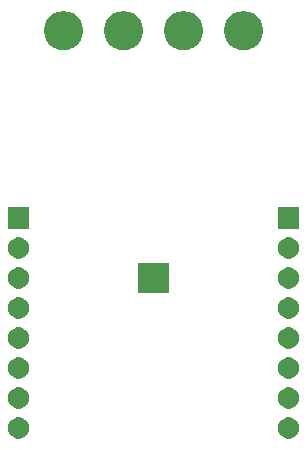
<source format=gbr>
G04 #@! TF.GenerationSoftware,KiCad,Pcbnew,(5.1.5)-3*
G04 #@! TF.CreationDate,2020-05-07T11:30:42+02:00*
G04 #@! TF.ProjectId,TPS26600_ePuse,54505332-3636-4303-905f-65507573652e,rev?*
G04 #@! TF.SameCoordinates,Original*
G04 #@! TF.FileFunction,Soldermask,Bot*
G04 #@! TF.FilePolarity,Negative*
%FSLAX46Y46*%
G04 Gerber Fmt 4.6, Leading zero omitted, Abs format (unit mm)*
G04 Created by KiCad (PCBNEW (5.1.5)-3) date 2020-05-07 11:30:42*
%MOMM*%
%LPD*%
G04 APERTURE LIST*
%ADD10C,0.100000*%
G04 APERTURE END LIST*
D10*
G36*
X100443512Y-173093927D02*
G01*
X100592812Y-173123624D01*
X100756784Y-173191544D01*
X100904354Y-173290147D01*
X101029853Y-173415646D01*
X101128456Y-173563216D01*
X101196376Y-173727188D01*
X101231000Y-173901259D01*
X101231000Y-174078741D01*
X101196376Y-174252812D01*
X101128456Y-174416784D01*
X101029853Y-174564354D01*
X100904354Y-174689853D01*
X100756784Y-174788456D01*
X100592812Y-174856376D01*
X100443512Y-174886073D01*
X100418742Y-174891000D01*
X100241258Y-174891000D01*
X100216488Y-174886073D01*
X100067188Y-174856376D01*
X99903216Y-174788456D01*
X99755646Y-174689853D01*
X99630147Y-174564354D01*
X99531544Y-174416784D01*
X99463624Y-174252812D01*
X99429000Y-174078741D01*
X99429000Y-173901259D01*
X99463624Y-173727188D01*
X99531544Y-173563216D01*
X99630147Y-173415646D01*
X99755646Y-173290147D01*
X99903216Y-173191544D01*
X100067188Y-173123624D01*
X100216488Y-173093927D01*
X100241258Y-173089000D01*
X100418742Y-173089000D01*
X100443512Y-173093927D01*
G37*
G36*
X77583512Y-173093927D02*
G01*
X77732812Y-173123624D01*
X77896784Y-173191544D01*
X78044354Y-173290147D01*
X78169853Y-173415646D01*
X78268456Y-173563216D01*
X78336376Y-173727188D01*
X78371000Y-173901259D01*
X78371000Y-174078741D01*
X78336376Y-174252812D01*
X78268456Y-174416784D01*
X78169853Y-174564354D01*
X78044354Y-174689853D01*
X77896784Y-174788456D01*
X77732812Y-174856376D01*
X77583512Y-174886073D01*
X77558742Y-174891000D01*
X77381258Y-174891000D01*
X77356488Y-174886073D01*
X77207188Y-174856376D01*
X77043216Y-174788456D01*
X76895646Y-174689853D01*
X76770147Y-174564354D01*
X76671544Y-174416784D01*
X76603624Y-174252812D01*
X76569000Y-174078741D01*
X76569000Y-173901259D01*
X76603624Y-173727188D01*
X76671544Y-173563216D01*
X76770147Y-173415646D01*
X76895646Y-173290147D01*
X77043216Y-173191544D01*
X77207188Y-173123624D01*
X77356488Y-173093927D01*
X77381258Y-173089000D01*
X77558742Y-173089000D01*
X77583512Y-173093927D01*
G37*
G36*
X77583512Y-170553927D02*
G01*
X77732812Y-170583624D01*
X77896784Y-170651544D01*
X78044354Y-170750147D01*
X78169853Y-170875646D01*
X78268456Y-171023216D01*
X78336376Y-171187188D01*
X78371000Y-171361259D01*
X78371000Y-171538741D01*
X78336376Y-171712812D01*
X78268456Y-171876784D01*
X78169853Y-172024354D01*
X78044354Y-172149853D01*
X77896784Y-172248456D01*
X77732812Y-172316376D01*
X77583512Y-172346073D01*
X77558742Y-172351000D01*
X77381258Y-172351000D01*
X77356488Y-172346073D01*
X77207188Y-172316376D01*
X77043216Y-172248456D01*
X76895646Y-172149853D01*
X76770147Y-172024354D01*
X76671544Y-171876784D01*
X76603624Y-171712812D01*
X76569000Y-171538741D01*
X76569000Y-171361259D01*
X76603624Y-171187188D01*
X76671544Y-171023216D01*
X76770147Y-170875646D01*
X76895646Y-170750147D01*
X77043216Y-170651544D01*
X77207188Y-170583624D01*
X77356488Y-170553927D01*
X77381258Y-170549000D01*
X77558742Y-170549000D01*
X77583512Y-170553927D01*
G37*
G36*
X100443512Y-170553927D02*
G01*
X100592812Y-170583624D01*
X100756784Y-170651544D01*
X100904354Y-170750147D01*
X101029853Y-170875646D01*
X101128456Y-171023216D01*
X101196376Y-171187188D01*
X101231000Y-171361259D01*
X101231000Y-171538741D01*
X101196376Y-171712812D01*
X101128456Y-171876784D01*
X101029853Y-172024354D01*
X100904354Y-172149853D01*
X100756784Y-172248456D01*
X100592812Y-172316376D01*
X100443512Y-172346073D01*
X100418742Y-172351000D01*
X100241258Y-172351000D01*
X100216488Y-172346073D01*
X100067188Y-172316376D01*
X99903216Y-172248456D01*
X99755646Y-172149853D01*
X99630147Y-172024354D01*
X99531544Y-171876784D01*
X99463624Y-171712812D01*
X99429000Y-171538741D01*
X99429000Y-171361259D01*
X99463624Y-171187188D01*
X99531544Y-171023216D01*
X99630147Y-170875646D01*
X99755646Y-170750147D01*
X99903216Y-170651544D01*
X100067188Y-170583624D01*
X100216488Y-170553927D01*
X100241258Y-170549000D01*
X100418742Y-170549000D01*
X100443512Y-170553927D01*
G37*
G36*
X77583512Y-168013927D02*
G01*
X77732812Y-168043624D01*
X77896784Y-168111544D01*
X78044354Y-168210147D01*
X78169853Y-168335646D01*
X78268456Y-168483216D01*
X78336376Y-168647188D01*
X78371000Y-168821259D01*
X78371000Y-168998741D01*
X78336376Y-169172812D01*
X78268456Y-169336784D01*
X78169853Y-169484354D01*
X78044354Y-169609853D01*
X77896784Y-169708456D01*
X77732812Y-169776376D01*
X77583512Y-169806073D01*
X77558742Y-169811000D01*
X77381258Y-169811000D01*
X77356488Y-169806073D01*
X77207188Y-169776376D01*
X77043216Y-169708456D01*
X76895646Y-169609853D01*
X76770147Y-169484354D01*
X76671544Y-169336784D01*
X76603624Y-169172812D01*
X76569000Y-168998741D01*
X76569000Y-168821259D01*
X76603624Y-168647188D01*
X76671544Y-168483216D01*
X76770147Y-168335646D01*
X76895646Y-168210147D01*
X77043216Y-168111544D01*
X77207188Y-168043624D01*
X77356488Y-168013927D01*
X77381258Y-168009000D01*
X77558742Y-168009000D01*
X77583512Y-168013927D01*
G37*
G36*
X100443512Y-168013927D02*
G01*
X100592812Y-168043624D01*
X100756784Y-168111544D01*
X100904354Y-168210147D01*
X101029853Y-168335646D01*
X101128456Y-168483216D01*
X101196376Y-168647188D01*
X101231000Y-168821259D01*
X101231000Y-168998741D01*
X101196376Y-169172812D01*
X101128456Y-169336784D01*
X101029853Y-169484354D01*
X100904354Y-169609853D01*
X100756784Y-169708456D01*
X100592812Y-169776376D01*
X100443512Y-169806073D01*
X100418742Y-169811000D01*
X100241258Y-169811000D01*
X100216488Y-169806073D01*
X100067188Y-169776376D01*
X99903216Y-169708456D01*
X99755646Y-169609853D01*
X99630147Y-169484354D01*
X99531544Y-169336784D01*
X99463624Y-169172812D01*
X99429000Y-168998741D01*
X99429000Y-168821259D01*
X99463624Y-168647188D01*
X99531544Y-168483216D01*
X99630147Y-168335646D01*
X99755646Y-168210147D01*
X99903216Y-168111544D01*
X100067188Y-168043624D01*
X100216488Y-168013927D01*
X100241258Y-168009000D01*
X100418742Y-168009000D01*
X100443512Y-168013927D01*
G37*
G36*
X100443512Y-165473927D02*
G01*
X100592812Y-165503624D01*
X100756784Y-165571544D01*
X100904354Y-165670147D01*
X101029853Y-165795646D01*
X101128456Y-165943216D01*
X101196376Y-166107188D01*
X101231000Y-166281259D01*
X101231000Y-166458741D01*
X101196376Y-166632812D01*
X101128456Y-166796784D01*
X101029853Y-166944354D01*
X100904354Y-167069853D01*
X100756784Y-167168456D01*
X100592812Y-167236376D01*
X100443512Y-167266073D01*
X100418742Y-167271000D01*
X100241258Y-167271000D01*
X100216488Y-167266073D01*
X100067188Y-167236376D01*
X99903216Y-167168456D01*
X99755646Y-167069853D01*
X99630147Y-166944354D01*
X99531544Y-166796784D01*
X99463624Y-166632812D01*
X99429000Y-166458741D01*
X99429000Y-166281259D01*
X99463624Y-166107188D01*
X99531544Y-165943216D01*
X99630147Y-165795646D01*
X99755646Y-165670147D01*
X99903216Y-165571544D01*
X100067188Y-165503624D01*
X100216488Y-165473927D01*
X100241258Y-165469000D01*
X100418742Y-165469000D01*
X100443512Y-165473927D01*
G37*
G36*
X77583512Y-165473927D02*
G01*
X77732812Y-165503624D01*
X77896784Y-165571544D01*
X78044354Y-165670147D01*
X78169853Y-165795646D01*
X78268456Y-165943216D01*
X78336376Y-166107188D01*
X78371000Y-166281259D01*
X78371000Y-166458741D01*
X78336376Y-166632812D01*
X78268456Y-166796784D01*
X78169853Y-166944354D01*
X78044354Y-167069853D01*
X77896784Y-167168456D01*
X77732812Y-167236376D01*
X77583512Y-167266073D01*
X77558742Y-167271000D01*
X77381258Y-167271000D01*
X77356488Y-167266073D01*
X77207188Y-167236376D01*
X77043216Y-167168456D01*
X76895646Y-167069853D01*
X76770147Y-166944354D01*
X76671544Y-166796784D01*
X76603624Y-166632812D01*
X76569000Y-166458741D01*
X76569000Y-166281259D01*
X76603624Y-166107188D01*
X76671544Y-165943216D01*
X76770147Y-165795646D01*
X76895646Y-165670147D01*
X77043216Y-165571544D01*
X77207188Y-165503624D01*
X77356488Y-165473927D01*
X77381258Y-165469000D01*
X77558742Y-165469000D01*
X77583512Y-165473927D01*
G37*
G36*
X100443512Y-162933927D02*
G01*
X100592812Y-162963624D01*
X100756784Y-163031544D01*
X100904354Y-163130147D01*
X101029853Y-163255646D01*
X101128456Y-163403216D01*
X101196376Y-163567188D01*
X101231000Y-163741259D01*
X101231000Y-163918741D01*
X101196376Y-164092812D01*
X101128456Y-164256784D01*
X101029853Y-164404354D01*
X100904354Y-164529853D01*
X100756784Y-164628456D01*
X100592812Y-164696376D01*
X100443512Y-164726073D01*
X100418742Y-164731000D01*
X100241258Y-164731000D01*
X100216488Y-164726073D01*
X100067188Y-164696376D01*
X99903216Y-164628456D01*
X99755646Y-164529853D01*
X99630147Y-164404354D01*
X99531544Y-164256784D01*
X99463624Y-164092812D01*
X99429000Y-163918741D01*
X99429000Y-163741259D01*
X99463624Y-163567188D01*
X99531544Y-163403216D01*
X99630147Y-163255646D01*
X99755646Y-163130147D01*
X99903216Y-163031544D01*
X100067188Y-162963624D01*
X100216488Y-162933927D01*
X100241258Y-162929000D01*
X100418742Y-162929000D01*
X100443512Y-162933927D01*
G37*
G36*
X77583512Y-162933927D02*
G01*
X77732812Y-162963624D01*
X77896784Y-163031544D01*
X78044354Y-163130147D01*
X78169853Y-163255646D01*
X78268456Y-163403216D01*
X78336376Y-163567188D01*
X78371000Y-163741259D01*
X78371000Y-163918741D01*
X78336376Y-164092812D01*
X78268456Y-164256784D01*
X78169853Y-164404354D01*
X78044354Y-164529853D01*
X77896784Y-164628456D01*
X77732812Y-164696376D01*
X77583512Y-164726073D01*
X77558742Y-164731000D01*
X77381258Y-164731000D01*
X77356488Y-164726073D01*
X77207188Y-164696376D01*
X77043216Y-164628456D01*
X76895646Y-164529853D01*
X76770147Y-164404354D01*
X76671544Y-164256784D01*
X76603624Y-164092812D01*
X76569000Y-163918741D01*
X76569000Y-163741259D01*
X76603624Y-163567188D01*
X76671544Y-163403216D01*
X76770147Y-163255646D01*
X76895646Y-163130147D01*
X77043216Y-163031544D01*
X77207188Y-162963624D01*
X77356488Y-162933927D01*
X77381258Y-162929000D01*
X77558742Y-162929000D01*
X77583512Y-162933927D01*
G37*
G36*
X90201000Y-162591000D02*
G01*
X87599000Y-162591000D01*
X87599000Y-159989000D01*
X90201000Y-159989000D01*
X90201000Y-162591000D01*
G37*
G36*
X100443512Y-160393927D02*
G01*
X100592812Y-160423624D01*
X100756784Y-160491544D01*
X100904354Y-160590147D01*
X101029853Y-160715646D01*
X101128456Y-160863216D01*
X101196376Y-161027188D01*
X101231000Y-161201259D01*
X101231000Y-161378741D01*
X101196376Y-161552812D01*
X101128456Y-161716784D01*
X101029853Y-161864354D01*
X100904354Y-161989853D01*
X100756784Y-162088456D01*
X100592812Y-162156376D01*
X100443512Y-162186073D01*
X100418742Y-162191000D01*
X100241258Y-162191000D01*
X100216488Y-162186073D01*
X100067188Y-162156376D01*
X99903216Y-162088456D01*
X99755646Y-161989853D01*
X99630147Y-161864354D01*
X99531544Y-161716784D01*
X99463624Y-161552812D01*
X99429000Y-161378741D01*
X99429000Y-161201259D01*
X99463624Y-161027188D01*
X99531544Y-160863216D01*
X99630147Y-160715646D01*
X99755646Y-160590147D01*
X99903216Y-160491544D01*
X100067188Y-160423624D01*
X100216488Y-160393927D01*
X100241258Y-160389000D01*
X100418742Y-160389000D01*
X100443512Y-160393927D01*
G37*
G36*
X77583512Y-160393927D02*
G01*
X77732812Y-160423624D01*
X77896784Y-160491544D01*
X78044354Y-160590147D01*
X78169853Y-160715646D01*
X78268456Y-160863216D01*
X78336376Y-161027188D01*
X78371000Y-161201259D01*
X78371000Y-161378741D01*
X78336376Y-161552812D01*
X78268456Y-161716784D01*
X78169853Y-161864354D01*
X78044354Y-161989853D01*
X77896784Y-162088456D01*
X77732812Y-162156376D01*
X77583512Y-162186073D01*
X77558742Y-162191000D01*
X77381258Y-162191000D01*
X77356488Y-162186073D01*
X77207188Y-162156376D01*
X77043216Y-162088456D01*
X76895646Y-161989853D01*
X76770147Y-161864354D01*
X76671544Y-161716784D01*
X76603624Y-161552812D01*
X76569000Y-161378741D01*
X76569000Y-161201259D01*
X76603624Y-161027188D01*
X76671544Y-160863216D01*
X76770147Y-160715646D01*
X76895646Y-160590147D01*
X77043216Y-160491544D01*
X77207188Y-160423624D01*
X77356488Y-160393927D01*
X77381258Y-160389000D01*
X77558742Y-160389000D01*
X77583512Y-160393927D01*
G37*
G36*
X100443512Y-157853927D02*
G01*
X100592812Y-157883624D01*
X100756784Y-157951544D01*
X100904354Y-158050147D01*
X101029853Y-158175646D01*
X101128456Y-158323216D01*
X101196376Y-158487188D01*
X101231000Y-158661259D01*
X101231000Y-158838741D01*
X101196376Y-159012812D01*
X101128456Y-159176784D01*
X101029853Y-159324354D01*
X100904354Y-159449853D01*
X100756784Y-159548456D01*
X100592812Y-159616376D01*
X100443512Y-159646073D01*
X100418742Y-159651000D01*
X100241258Y-159651000D01*
X100216488Y-159646073D01*
X100067188Y-159616376D01*
X99903216Y-159548456D01*
X99755646Y-159449853D01*
X99630147Y-159324354D01*
X99531544Y-159176784D01*
X99463624Y-159012812D01*
X99429000Y-158838741D01*
X99429000Y-158661259D01*
X99463624Y-158487188D01*
X99531544Y-158323216D01*
X99630147Y-158175646D01*
X99755646Y-158050147D01*
X99903216Y-157951544D01*
X100067188Y-157883624D01*
X100216488Y-157853927D01*
X100241258Y-157849000D01*
X100418742Y-157849000D01*
X100443512Y-157853927D01*
G37*
G36*
X77583512Y-157853927D02*
G01*
X77732812Y-157883624D01*
X77896784Y-157951544D01*
X78044354Y-158050147D01*
X78169853Y-158175646D01*
X78268456Y-158323216D01*
X78336376Y-158487188D01*
X78371000Y-158661259D01*
X78371000Y-158838741D01*
X78336376Y-159012812D01*
X78268456Y-159176784D01*
X78169853Y-159324354D01*
X78044354Y-159449853D01*
X77896784Y-159548456D01*
X77732812Y-159616376D01*
X77583512Y-159646073D01*
X77558742Y-159651000D01*
X77381258Y-159651000D01*
X77356488Y-159646073D01*
X77207188Y-159616376D01*
X77043216Y-159548456D01*
X76895646Y-159449853D01*
X76770147Y-159324354D01*
X76671544Y-159176784D01*
X76603624Y-159012812D01*
X76569000Y-158838741D01*
X76569000Y-158661259D01*
X76603624Y-158487188D01*
X76671544Y-158323216D01*
X76770147Y-158175646D01*
X76895646Y-158050147D01*
X77043216Y-157951544D01*
X77207188Y-157883624D01*
X77356488Y-157853927D01*
X77381258Y-157849000D01*
X77558742Y-157849000D01*
X77583512Y-157853927D01*
G37*
G36*
X101231000Y-157111000D02*
G01*
X99429000Y-157111000D01*
X99429000Y-155309000D01*
X101231000Y-155309000D01*
X101231000Y-157111000D01*
G37*
G36*
X78371000Y-157111000D02*
G01*
X76569000Y-157111000D01*
X76569000Y-155309000D01*
X78371000Y-155309000D01*
X78371000Y-157111000D01*
G37*
G36*
X96895256Y-138726298D02*
G01*
X97001579Y-138747447D01*
X97302042Y-138871903D01*
X97572451Y-139052585D01*
X97802415Y-139282549D01*
X97983097Y-139552958D01*
X98107553Y-139853421D01*
X98171000Y-140172391D01*
X98171000Y-140497609D01*
X98107553Y-140816579D01*
X97983097Y-141117042D01*
X97802415Y-141387451D01*
X97572451Y-141617415D01*
X97302042Y-141798097D01*
X97001579Y-141922553D01*
X96895256Y-141943702D01*
X96682611Y-141986000D01*
X96357389Y-141986000D01*
X96144744Y-141943702D01*
X96038421Y-141922553D01*
X95737958Y-141798097D01*
X95467549Y-141617415D01*
X95237585Y-141387451D01*
X95056903Y-141117042D01*
X94932447Y-140816579D01*
X94869000Y-140497609D01*
X94869000Y-140172391D01*
X94932447Y-139853421D01*
X95056903Y-139552958D01*
X95237585Y-139282549D01*
X95467549Y-139052585D01*
X95737958Y-138871903D01*
X96038421Y-138747447D01*
X96144744Y-138726298D01*
X96357389Y-138684000D01*
X96682611Y-138684000D01*
X96895256Y-138726298D01*
G37*
G36*
X81655256Y-138726298D02*
G01*
X81761579Y-138747447D01*
X82062042Y-138871903D01*
X82332451Y-139052585D01*
X82562415Y-139282549D01*
X82743097Y-139552958D01*
X82867553Y-139853421D01*
X82931000Y-140172391D01*
X82931000Y-140497609D01*
X82867553Y-140816579D01*
X82743097Y-141117042D01*
X82562415Y-141387451D01*
X82332451Y-141617415D01*
X82062042Y-141798097D01*
X81761579Y-141922553D01*
X81655256Y-141943702D01*
X81442611Y-141986000D01*
X81117389Y-141986000D01*
X80904744Y-141943702D01*
X80798421Y-141922553D01*
X80497958Y-141798097D01*
X80227549Y-141617415D01*
X79997585Y-141387451D01*
X79816903Y-141117042D01*
X79692447Y-140816579D01*
X79629000Y-140497609D01*
X79629000Y-140172391D01*
X79692447Y-139853421D01*
X79816903Y-139552958D01*
X79997585Y-139282549D01*
X80227549Y-139052585D01*
X80497958Y-138871903D01*
X80798421Y-138747447D01*
X80904744Y-138726298D01*
X81117389Y-138684000D01*
X81442611Y-138684000D01*
X81655256Y-138726298D01*
G37*
G36*
X91815256Y-138726298D02*
G01*
X91921579Y-138747447D01*
X92222042Y-138871903D01*
X92492451Y-139052585D01*
X92722415Y-139282549D01*
X92903097Y-139552958D01*
X93027553Y-139853421D01*
X93091000Y-140172391D01*
X93091000Y-140497609D01*
X93027553Y-140816579D01*
X92903097Y-141117042D01*
X92722415Y-141387451D01*
X92492451Y-141617415D01*
X92222042Y-141798097D01*
X91921579Y-141922553D01*
X91815256Y-141943702D01*
X91602611Y-141986000D01*
X91277389Y-141986000D01*
X91064744Y-141943702D01*
X90958421Y-141922553D01*
X90657958Y-141798097D01*
X90387549Y-141617415D01*
X90157585Y-141387451D01*
X89976903Y-141117042D01*
X89852447Y-140816579D01*
X89789000Y-140497609D01*
X89789000Y-140172391D01*
X89852447Y-139853421D01*
X89976903Y-139552958D01*
X90157585Y-139282549D01*
X90387549Y-139052585D01*
X90657958Y-138871903D01*
X90958421Y-138747447D01*
X91064744Y-138726298D01*
X91277389Y-138684000D01*
X91602611Y-138684000D01*
X91815256Y-138726298D01*
G37*
G36*
X86735256Y-138726298D02*
G01*
X86841579Y-138747447D01*
X87142042Y-138871903D01*
X87412451Y-139052585D01*
X87642415Y-139282549D01*
X87823097Y-139552958D01*
X87947553Y-139853421D01*
X88011000Y-140172391D01*
X88011000Y-140497609D01*
X87947553Y-140816579D01*
X87823097Y-141117042D01*
X87642415Y-141387451D01*
X87412451Y-141617415D01*
X87142042Y-141798097D01*
X86841579Y-141922553D01*
X86735256Y-141943702D01*
X86522611Y-141986000D01*
X86197389Y-141986000D01*
X85984744Y-141943702D01*
X85878421Y-141922553D01*
X85577958Y-141798097D01*
X85307549Y-141617415D01*
X85077585Y-141387451D01*
X84896903Y-141117042D01*
X84772447Y-140816579D01*
X84709000Y-140497609D01*
X84709000Y-140172391D01*
X84772447Y-139853421D01*
X84896903Y-139552958D01*
X85077585Y-139282549D01*
X85307549Y-139052585D01*
X85577958Y-138871903D01*
X85878421Y-138747447D01*
X85984744Y-138726298D01*
X86197389Y-138684000D01*
X86522611Y-138684000D01*
X86735256Y-138726298D01*
G37*
M02*

</source>
